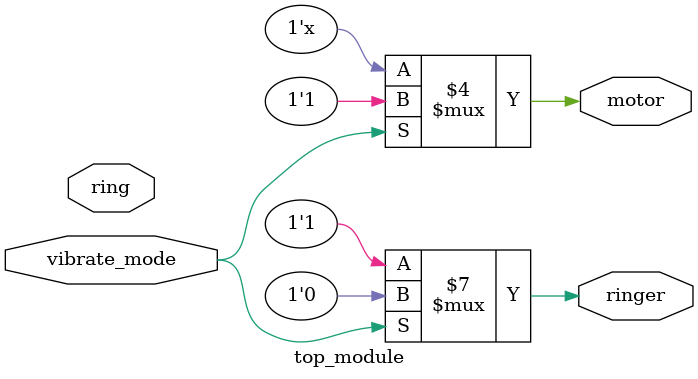
<source format=sv>
module top_module(
    input ring,
    input vibrate_mode,
    output ringer,
    output motor
);

    reg ringer;
    reg motor;

    always @(*)
    begin
        if (vibrate_mode == 1)
        begin
            ringer <= 0;
            motor <= 1;
        end
        else
        begin
            ringer <= 1;
        end
    end

endmodule

</source>
